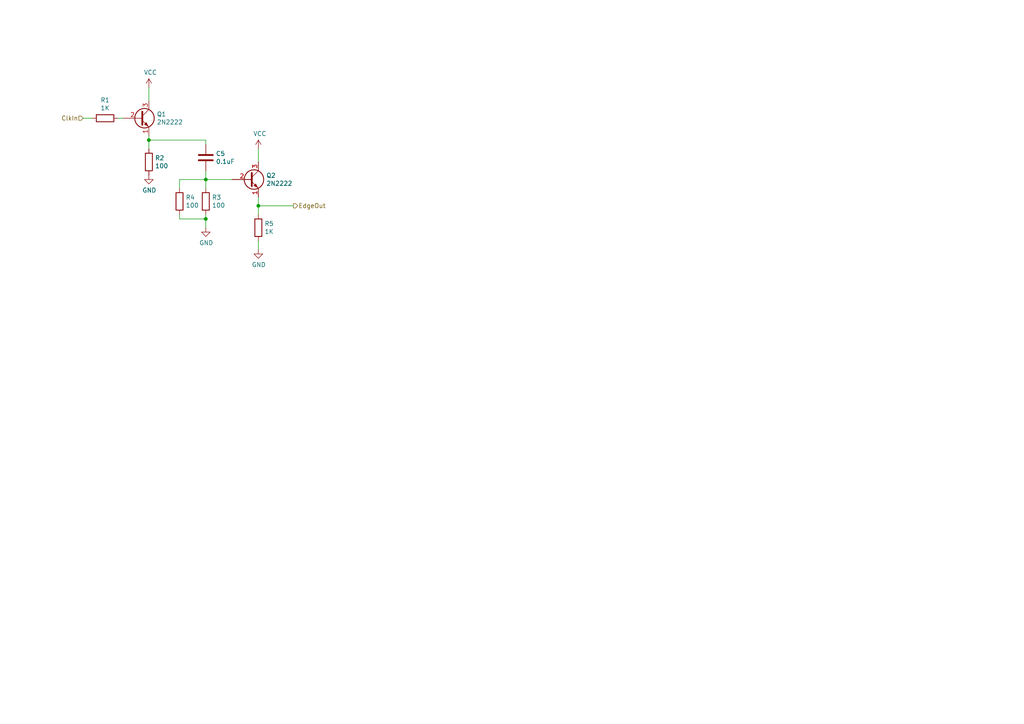
<source format=kicad_sch>
(kicad_sch (version 20230121) (generator eeschema)
  (paper "A4")
  (lib_symbols
    (symbol "2n2222:2N2222" (pin_names (offset 0) hide)
      (property "Reference" "Q" (at 5.08 1.905 0))
      (property "Value" "2N2222" (at 5.08 0 0))
      (symbol "2N2222_0_1"
        (polyline (pts (xy 0.635 0.635) (xy 2.54 2.54)))
        (polyline (pts (xy 0.635 -0.635) (xy 2.54 -2.54) (xy 2.54 -2.54)))
        (polyline (pts (xy 0.635 1.905) (xy 0.635 -1.905) (xy 0.635 -1.905)) (stroke (width 0.508)))
        (polyline (pts (xy 1.27 -1.778) (xy 1.778 -1.27) (xy 2.286 -2.286) (xy 1.27 -1.778) (xy 1.27 -1.778)) (fill (type outline)))
        (circle (center 1.27 0) (radius 2.8194) (stroke (width 0.254)))
      )
      (symbol "2N2222_1_1"
        (pin passive line (at 2.54 -5.08 90) (length 2.54) (name "E") (number "1"))
        (pin passive line (at -5.08 0 0) (length 5.715) (name "B") (number "2"))
        (pin passive line (at 2.54 5.08 270) (length 2.54) (name "C") (number "3"))
      )
    )
    (symbol "Device:C" (pin_numbers hide) (pin_names (offset 0.254))
      (property "Reference" "C" (at 0.635 2.54 0))
      (property "Value" "C" (at 0.635 -2.54 0))
      (symbol "C_0_1"
        (polyline (pts (xy -2.032 -0.762) (xy 2.032 -0.762)) (stroke (width 0.508)))
        (polyline (pts (xy -2.032 0.762) (xy 2.032 0.762)) (stroke (width 0.508)))
      )
      (symbol "C_1_1"
        (pin passive line (at 0 3.81 270) (length 2.794) (name "~") (number "1"))
        (pin passive line (at 0 -3.81 90) (length 2.794) (name "~") (number "2"))
      )
    )
    (symbol "Device:R" (pin_numbers hide) (pin_names (offset 0))
      (property "Reference" "R" (at 2.032 0 90))
      (property "Value" "R" (at 0 0 90))
      (symbol "R_0_1"
        (rectangle (start -1.016 -2.54) (end 1.016 2.54) (stroke (width 0.254)))
      )
      (symbol "R_1_1"
        (pin passive line (at 0 3.81 270) (length 1.27) (name "~") (number "1"))
        (pin passive line (at 0 -3.81 90) (length 1.27) (name "~") (number "2"))
      )
    )
    (symbol "power:GND" (power) (pin_names (offset 0))
      (property "Value" "GND" (at 0 -3.81 0))
      (symbol "GND_0_1"
        (polyline (pts (xy 0 0) (xy 0 -1.27) (xy 1.27 -1.27) (xy 0 -2.54) (xy -1.27 -1.27) (xy 0 -1.27)))
      )
      (symbol "GND_1_1"
        (pin power_in line (at 0 0 270) (length 0) hide (name "GND") (number "1"))
      )
    )
    (symbol "power:VCC" (power) (pin_names (offset 0))
      (property "Value" "VCC" (at 0 3.81 0))
      (symbol "VCC_0_1"
        (polyline (pts (xy -0.762 1.27) (xy 0 2.54)))
        (polyline (pts (xy 0 0) (xy 0 2.54)))
        (polyline (pts (xy 0 2.54) (xy 0.762 1.27)))
      )
      (symbol "VCC_1_1"
        (pin power_in line (at 0 0 90) (length 0) hide (name "VCC") (number "1"))
      )
    )
  )
  (junction (at 74.93 59.69))
  (junction (at 43.18 40.64))
  (junction (at 59.69 52.07))
  (junction (at 59.69 63.5))
  (wire (pts (xy 52.07 52.07) (xy 52.07 54.61)))
  (wire (pts (xy 43.18 29.21) (xy 43.18 25.4)))
  (wire (pts (xy 59.69 52.07) (xy 67.31 52.07)))
  (wire (pts (xy 74.93 59.69) (xy 74.93 57.15)))
  (wire (pts (xy 35.56 34.29) (xy 34.29 34.29)))
  (wire (pts (xy 59.69 63.5) (xy 59.69 66.04)))
  (wire (pts (xy 52.07 62.23) (xy 52.07 63.5)))
  (wire (pts (xy 59.69 52.07) (xy 52.07 52.07)))
  (wire (pts (xy 26.67 34.29) (xy 24.13 34.29)))
  (wire (pts (xy 59.69 52.07) (xy 59.69 49.53)))
  (wire (pts (xy 43.18 40.64) (xy 59.69 40.64)))
  (wire (pts (xy 74.93 46.99) (xy 74.93 43.18)))
  (wire (pts (xy 74.93 62.23) (xy 74.93 59.69)))
  (wire (pts (xy 74.93 72.39) (xy 74.93 69.85)))
  (wire (pts (xy 52.07 63.5) (xy 59.69 63.5)))
  (wire (pts (xy 74.93 59.69) (xy 85.09 59.69)))
  (wire (pts (xy 43.18 43.18) (xy 43.18 40.64)))
  (wire (pts (xy 43.18 40.64) (xy 43.18 39.37)))
  (wire (pts (xy 59.69 63.5) (xy 59.69 62.23)))
  (wire (pts (xy 59.69 54.61) (xy 59.69 52.07)))
  (wire (pts (xy 59.69 40.64) (xy 59.69 41.91)))
  (hierarchical_label "ClkIn" (shape input) (at 24.13 34.29 180))
  (hierarchical_label "EdgeOut" (shape output) (at 85.09 59.69 0))
  (symbol (lib_id "Device:R") (at 74.93 66.04 0) (unit 1)
    (property "Reference" "R5" (at 76.708 64.8716 0) (effects (justify left)))
    (property "Value" "1K" (at 76.708 67.183 0) (effects (justify left)))
    (property "Footprint" "Resistor_THT:R_Axial_DIN0309_L9.0mm_D3.2mm_P12.70mm_Horizontal" (effects hide))
  )
  (symbol (lib_id "power:VCC") (at 74.93 43.18 0) (unit 1)
    (property "Reference" "#PWR018" (effects hide))
    (property "Value" "VCC" (at 75.3618 38.7858 0))
  )
  (symbol (lib_id "Device:R") (at 52.07 58.42 0) (unit 1)
    (property "Reference" "R4" (at 53.848 57.2516 0) (effects (justify left)))
    (property "Value" "100" (at 53.848 59.563 0) (effects (justify left)))
    (property "Footprint" "Resistor_THT:R_Axial_DIN0309_L9.0mm_D3.2mm_P12.70mm_Horizontal" (effects hide))
  )
  (symbol (lib_id "power:GND") (at 74.93 72.39 0) (unit 1)
    (property "Reference" "#PWR019" (effects hide))
    (property "Value" "GND" (at 75.057 76.7842 0))
  )
  (symbol (lib_id "2n2222:2N2222") (at 72.39 52.07 0) (unit 1)
    (property "Reference" "Q2" (at 77.216 50.9016 0) (effects (justify left)))
    (property "Value" "2N2222" (at 77.216 53.213 0) (effects (justify left)))
    (property "Footprint" "Package_TO_SOT_THT:TO-92_Inline" (effects hide))
    (property "Datasheet" "https://www.fairchildsemi.com/datasheets/2N/2N3904.pdf" (effects hide))
  )
  (symbol (lib_id "power:GND") (at 59.69 66.04 0) (unit 1)
    (property "Reference" "#PWR017" (effects hide))
    (property "Value" "GND" (at 59.817 70.4342 0))
  )
  (symbol (lib_id "Device:R") (at 59.69 58.42 0) (unit 1)
    (property "Reference" "R3" (at 61.468 57.2516 0) (effects (justify left)))
    (property "Value" "100" (at 61.468 59.563 0) (effects (justify left)))
    (property "Footprint" "Resistor_THT:R_Axial_DIN0309_L9.0mm_D3.2mm_P12.70mm_Horizontal" (effects hide))
  )
  (symbol (lib_id "Device:C") (at 59.69 45.72 0) (unit 1)
    (property "Reference" "C5" (at 62.611 44.5516 0) (effects (justify left)))
    (property "Value" "0.1uF" (at 62.611 46.863 0) (effects (justify left)))
    (property "Footprint" "Capacitor_THT:C_Disc_D4.3mm_W1.9mm_P5.00mm" (effects hide))
  )
  (symbol (lib_id "power:GND") (at 43.18 50.8 0) (unit 1)
    (property "Reference" "#PWR016" (effects hide))
    (property "Value" "GND" (at 43.307 55.1942 0))
  )
  (symbol (lib_id "Device:R") (at 43.18 46.99 0) (unit 1)
    (property "Reference" "R2" (at 44.958 45.8216 0) (effects (justify left)))
    (property "Value" "100" (at 44.958 48.133 0) (effects (justify left)))
    (property "Footprint" "Resistor_THT:R_Axial_DIN0309_L9.0mm_D3.2mm_P12.70mm_Horizontal" (effects hide))
  )
  (symbol (lib_id "power:VCC") (at 43.18 25.4 0) (unit 1)
    (property "Reference" "#PWR015" (effects hide))
    (property "Value" "VCC" (at 43.6118 21.0058 0))
  )
  (symbol (lib_id "2n2222:2N2222") (at 40.64 34.29 0) (unit 1)
    (property "Reference" "Q1" (at 45.466 33.1216 0) (effects (justify left)))
    (property "Value" "2N2222" (at 45.466 35.433 0) (effects (justify left)))
    (property "Footprint" "Package_TO_SOT_THT:TO-92_Inline" (effects hide))
    (property "Datasheet" "https://www.fairchildsemi.com/datasheets/2N/2N3904.pdf" (effects hide))
  )
  (symbol (lib_id "Device:R") (at 30.48 34.29 270) (unit 1)
    (property "Reference" "R1" (at 30.48 29.0322 90))
    (property "Value" "1K" (at 30.48 31.3436 90))
    (property "Footprint" "Resistor_THT:R_Axial_DIN0309_L9.0mm_D3.2mm_P12.70mm_Horizontal" (effects hide))
  )
)
</source>
